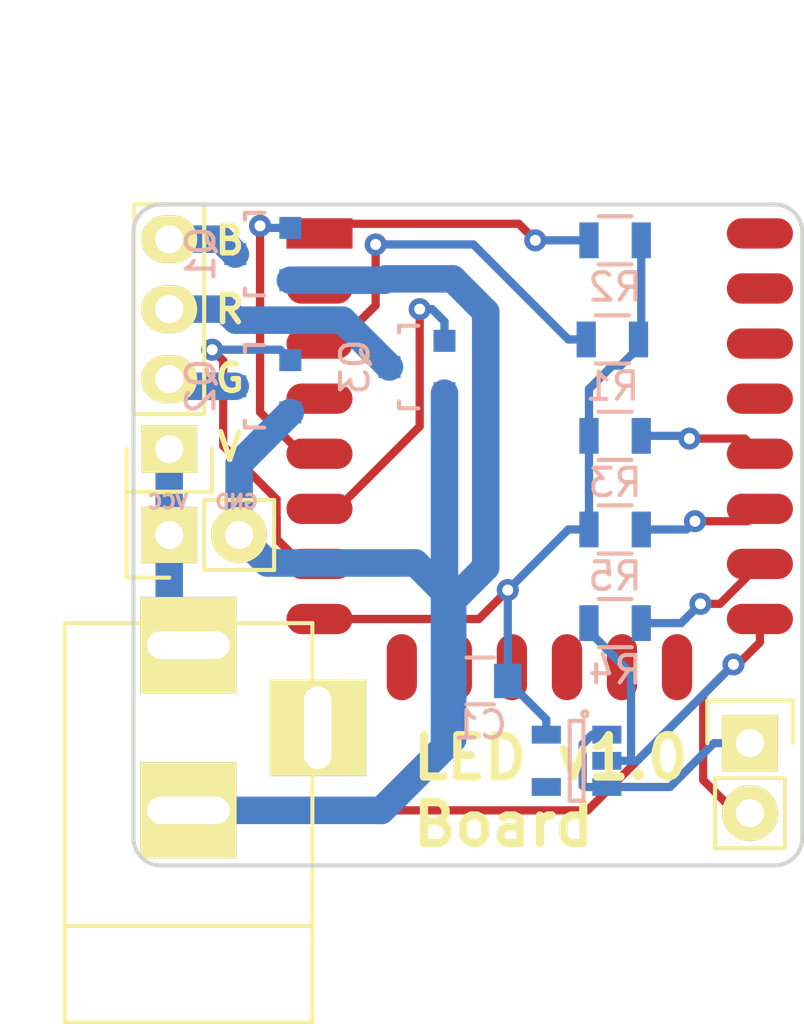
<source format=kicad_pcb>

(kicad_pcb
  (version 4)
  (host pcbnew 4.0.2-4+6225~38~ubuntu15.10.1-stable)
  (general
    (links 30)
    (no_connects 0)
    (area 161.17552 81.873799 194.208334 119.875621)
    (thickness 1.6)
    (drawings 15)
    (tracks 135)
    (zones 0)
    (modules 15)
    (nets 16))
  (page A4)
  (layers
    (0 F.Cu signal)
    (31 B.Cu signal)
    (32 B.Adhes user)
    (33 F.Adhes user)
    (34 B.Paste user)
    (35 F.Paste user)
    (36 B.SilkS user)
    (37 F.SilkS user)
    (38 B.Mask user)
    (39 F.Mask user)
    (40 Dwgs.User user)
    (41 Cmts.User user)
    (42 Eco1.User user)
    (43 Eco2.User user)
    (44 Edge.Cuts user)
    (45 Margin user)
    (46 B.CrtYd user)
    (47 F.CrtYd user)
    (48 B.Fab user)
    (49 F.Fab user))
  (setup
    (last_trace_width 0.3)
    (user_trace_width 1)
    (trace_clearance 0.2)
    (zone_clearance 0.508)
    (zone_45_only no)
    (trace_min 0.2)
    (segment_width 0.2)
    (edge_width 0.15)
    (via_size 0.8)
    (via_drill 0.4)
    (via_min_size 0.4)
    (via_min_drill 0.3)
    (user_via 1.5 1)
    (uvia_size 0.3)
    (uvia_drill 0.1)
    (uvias_allowed no)
    (uvia_min_size 0.2)
    (uvia_min_drill 0.1)
    (pcb_text_width 0.3)
    (pcb_text_size 1.5 1.5)
    (mod_edge_width 0.15)
    (mod_text_size 1 1)
    (mod_text_width 0.15)
    (pad_size 1.50114 0.7493)
    (pad_drill 0)
    (pad_to_mask_clearance 0.2)
    (aux_axis_origin 166.5 114)
    (grid_origin 166.5 114)
    (visible_elements FFFFFF7F)
    (pcbplotparams
      (layerselection 0x010f0_80000001)
      (usegerberextensions true)
      (excludeedgelayer true)
      (linewidth 0.1)
      (plotframeref false)
      (viasonmask false)
      (mode 1)
      (useauxorigin true)
      (hpglpennumber 1)
      (hpglpenspeed 20)
      (hpglpendiameter 15)
      (hpglpenoverlay 2)
      (psnegative false)
      (psa4output false)
      (plotreference true)
      (plotvalue true)
      (plotinvisibletext false)
      (padsonsilk false)
      (subtractmaskfromsilk false)
      (outputformat 1)
      (mirror false)
      (drillshape 0)
      (scaleselection 1)
      (outputdirectory gerbs)))
  (net 0 "")
  (net 1 GND)
  (net 2 /3V3)
  (net 3 +12V)
  (net 4 /GLED)
  (net 5 /RLED)
  (net 6 /BLED)
  (net 7 /BMOS)
  (net 8 /GMOS)
  (net 9 /RMOS)
  (net 10 /ENABLE)
  (net 11 /RESET)
  (net 12 "Net-(R3-Pad2)")
  (net 13 "Net-(R4-Pad1)")
  (net 14 +5V)
  (net 15 "Net-(R5-Pad2)")
  (net_class Default "This is the default net class."
    (clearance 0.2)
    (trace_width 0.3)
    (via_dia 0.8)
    (via_drill 0.4)
    (uvia_dia 0.3)
    (uvia_drill 0.1)
    (add_net +5V)
    (add_net /3V3)
    (add_net /BMOS)
    (add_net /ENABLE)
    (add_net /GMOS)
    (add_net /RESET)
    (add_net /RMOS)
    (add_net GND)
    (add_net "Net-(R3-Pad2)")
    (add_net "Net-(R4-Pad1)")
    (add_net "Net-(R5-Pad2)"))
  (net_class POWER ""
    (clearance 0.4)
    (trace_width 1)
    (via_dia 1.5)
    (via_drill 1)
    (uvia_dia 0.3)
    (uvia_drill 0.1)
    (add_net +12V)
    (add_net /BLED)
    (add_net /GLED)
    (add_net /RLED))
  (module Connect:BARREL_JACK
    (layer F.Cu)
    (tedit 56AEC723)
    (tstamp 5.696e+125)
    (at 168.5 111.9 90)
    (descr "DC Barrel Jack")
    (tags "Power Jack")
    (path /56897D36)
    (fp_text reference CON1
      (at 8.95014 0 180)
      (layer F.SilkS) hide
      (effects
        (font
          (size 1 1)
          (thickness 0.15))))
    (fp_text value BARREL_JACK
      (at 0 -5.99948 90)
      (layer F.Fab)
      (effects
        (font
          (size 1 1)
          (thickness 0.15))))
    (fp_line
      (start -4.0005 -4.50088)
      (end -4.0005 4.50088)
      (layer F.SilkS)
      (width 0.15))
    (fp_line
      (start -7.50062 -4.50088)
      (end -7.50062 4.50088)
      (layer F.SilkS)
      (width 0.15))
    (fp_line
      (start -7.50062 4.50088)
      (end 7.00024 4.50088)
      (layer F.SilkS)
      (width 0.15))
    (fp_line
      (start 7.00024 4.50088)
      (end 7.00024 -4.50088)
      (layer F.SilkS)
      (width 0.15))
    (fp_line
      (start 7.00024 -4.50088)
      (end -7.50062 -4.50088)
      (layer F.SilkS)
      (width 0.15))
    (pad 1 thru_hole rect
      (at 6.20014 0 90)
      (size 3.50012 3.50012)
      (drill oval 1.00076 2.99974)
      (layers *.Cu *.Mask F.SilkS)
      (net 3 +12V))
    (pad 2 thru_hole rect
      (at 0.20066 0 90)
      (size 3.50012 3.50012)
      (drill oval 1.00076 2.99974)
      (layers *.Cu *.Mask F.SilkS)
      (net 1 GND))
    (pad 3 thru_hole rect
      (at 3.2004 4.699 90)
      (size 3.50012 3.50012)
      (drill oval 2.99974 1.00076)
      (layers *.Cu *.Mask F.SilkS)))
  (module Pin_Headers:Pin_Header_Straight_1x04
    (layer F.Cu)
    (tedit 56AEC726)
    (tstamp 5696E12A)
    (at 167.8 98.58 180)
    (descr "Through hole pin header")
    (tags "pin header")
    (path /5686A2FD)
    (fp_text reference P1
      (at 0 -2.5 180)
      (layer F.SilkS) hide
      (effects
        (font
          (size 1 1)
          (thickness 0.15))))
    (fp_text value CONN_01X04
      (at 0 -3.1 180)
      (layer F.Fab) hide
      (effects
        (font
          (size 1 1)
          (thickness 0.15))))
    (fp_line
      (start -1.75 -1.75)
      (end -1.75 9.4)
      (layer F.CrtYd)
      (width 0.05))
    (fp_line
      (start 1.75 -1.75)
      (end 1.75 9.4)
      (layer F.CrtYd)
      (width 0.05))
    (fp_line
      (start -1.75 -1.75)
      (end 1.75 -1.75)
      (layer F.CrtYd)
      (width 0.05))
    (fp_line
      (start -1.75 9.4)
      (end 1.75 9.4)
      (layer F.CrtYd)
      (width 0.05))
    (fp_line
      (start -1.27 1.27)
      (end -1.27 8.89)
      (layer F.SilkS)
      (width 0.15))
    (fp_line
      (start 1.27 1.27)
      (end 1.27 8.89)
      (layer F.SilkS)
      (width 0.15))
    (fp_line
      (start 1.55 -1.55)
      (end 1.55 0)
      (layer F.SilkS)
      (width 0.15))
    (fp_line
      (start -1.27 8.89)
      (end 1.27 8.89)
      (layer F.SilkS)
      (width 0.15))
    (fp_line
      (start 1.27 1.27)
      (end -1.27 1.27)
      (layer F.SilkS)
      (width 0.15))
    (fp_line
      (start -1.55 0)
      (end -1.55 -1.55)
      (layer F.SilkS)
      (width 0.15))
    (fp_line
      (start -1.55 -1.55)
      (end 1.55 -1.55)
      (layer F.SilkS)
      (width 0.15))
    (pad 1 thru_hole rect
      (at 0 0 180)
      (size 2.032 1.7272)
      (drill 1.016)
      (layers *.Cu *.Mask F.SilkS)
      (net 3 +12V))
    (pad 2 thru_hole oval
      (at 0 2.54 180)
      (size 2.032 1.7272)
      (drill 1.016)
      (layers *.Cu *.Mask F.SilkS)
      (net 4 /GLED))
    (pad 3 thru_hole oval
      (at 0 5.08 180)
      (size 2.032 1.7272)
      (drill 1.016)
      (layers *.Cu *.Mask F.SilkS)
      (net 5 /RLED))
    (pad 4 thru_hole oval
      (at 0 7.62 180)
      (size 2.032 1.7272)
      (drill 1.016)
      (layers *.Cu *.Mask F.SilkS)
      (net 6 /BLED))
    (model Pin_Headers.3dshapes/Pin_Header_Straight_1x04.wrl
      (at
        (xyz 0 -0.15 0))
      (scale
        (xyz 1 1 1))
      (rotate
        (xyz 0 0 90))))
  (module ESP8266:ESP-12E
    (layer F.Cu)
    (tedit 56C27DB5)
    (tstamp 5696E17A)
    (at 173.26 90.75)
    (descr "Module, ESP-8266, ESP-12, 16 pad, SMD")
    (tags "Module ESP-8266 ESP8266")
    (path /5696E1ED)
    (fp_text reference U2
      (at 8 2.75)
      (layer F.SilkS) hide
      (effects
        (font
          (size 1 1)
          (thickness 0.15))))
    (fp_text value ESP-12E
      (at 8 1)
      (layer F.Fab)
      (effects
        (font
          (size 1 1)
          (thickness 0.15))))
    (fp_text user "No Copper"
      (at 7.9 -5.4)
      (layer F.CrtYd)
      (effects
        (font
          (size 1 1)
          (thickness 0.15))))
    (fp_line
      (start 16 -8.4)
      (end 0 -2.6)
      (layer F.CrtYd)
      (width 0.1524))
    (fp_line
      (start 0 -8.4)
      (end 16 -2.6)
      (layer F.CrtYd)
      (width 0.1524))
    (fp_line
      (start 0 -8.4)
      (end 0 -2.6)
      (layer F.CrtYd)
      (width 0.1524))
    (fp_line
      (start 0 -2.6)
      (end 16 -2.6)
      (layer F.CrtYd)
      (width 0.1524))
    (fp_line
      (start 16 -2.6)
      (end 16 -8.4)
      (layer F.CrtYd)
      (width 0.1524))
    (fp_line
      (start 16 -8.4)
      (end 0 -8.4)
      (layer F.CrtYd)
      (width 0.1524))
    (fp_line
      (start 16 -8.4)
      (end 16 15.6)
      (layer F.Fab)
      (width 0.1524))
    (fp_line
      (start 16 15.6)
      (end 0 15.6)
      (layer F.Fab)
      (width 0.1524))
    (fp_line
      (start 0 15.6)
      (end 0 -8.4)
      (layer F.Fab)
      (width 0.1524))
    (fp_line
      (start 0 -8.4)
      (end 16 -8.4)
      (layer F.Fab)
      (width 0.1524))
    (pad 9 smd oval
      (at 2.99 15.75 90)
      (size 2.4 1.1)
      (layers F.Cu F.Paste F.Mask))
    (pad 10 smd oval
      (at 4.99 15.75 90)
      (size 2.4 1.1)
      (layers F.Cu F.Paste F.Mask))
    (pad 11 smd oval
      (at 6.99 15.75 90)
      (size 2.4 1.1)
      (layers F.Cu F.Paste F.Mask))
    (pad 12 smd oval
      (at 8.99 15.75 90)
      (size 2.4 1.1)
      (layers F.Cu F.Paste F.Mask))
    (pad 13 smd oval
      (at 10.99 15.75 90)
      (size 2.4 1.1)
      (layers F.Cu F.Paste F.Mask))
    (pad 14 smd oval
      (at 12.99 15.75 90)
      (size 2.4 1.1)
      (layers F.Cu F.Paste F.Mask))
    (pad 1 smd rect
      (at 0 0)
      (size 2.4 1.1)
      (layers F.Cu F.Paste F.Mask)
      (net 11 /RESET))
    (pad 2 smd oval
      (at 0 2)
      (size 2.4 1.1)
      (layers F.Cu F.Paste F.Mask))
    (pad 3 smd oval
      (at 0 4)
      (size 2.4 1.1)
      (layers F.Cu F.Paste F.Mask)
      (net 10 /ENABLE))
    (pad 4 smd oval
      (at 0 6)
      (size 2.4 1.1)
      (layers F.Cu F.Paste F.Mask))
    (pad 5 smd oval
      (at 0 8)
      (size 2.4 1.1)
      (layers F.Cu F.Paste F.Mask)
      (net 7 /BMOS))
    (pad 6 smd oval
      (at 0 10)
      (size 2.4 1.1)
      (layers F.Cu F.Paste F.Mask)
      (net 9 /RMOS))
    (pad 7 smd oval
      (at 0 12)
      (size 2.4 1.1)
      (layers F.Cu F.Paste F.Mask)
      (net 8 /GMOS))
    (pad 8 smd oval
      (at 0 14)
      (size 2.4 1.1)
      (layers F.Cu F.Paste F.Mask)
      (net 2 /3V3))
    (pad 15 smd oval
      (at 16 14)
      (size 2.4 1.1)
      (layers F.Cu F.Paste F.Mask)
      (net 1 GND))
    (pad 16 smd oval
      (at 16 12)
      (size 2.4 1.1)
      (layers F.Cu F.Paste F.Mask)
      (net 13 "Net-(R4-Pad1)"))
    (pad 17 smd oval
      (at 16 10)
      (size 2.4 1.1)
      (layers F.Cu F.Paste F.Mask)
      (net 15 "Net-(R5-Pad2)"))
    (pad 18 smd oval
      (at 16 8)
      (size 2.4 1.1)
      (layers F.Cu F.Paste F.Mask)
      (net 12 "Net-(R3-Pad2)"))
    (pad 19 smd oval
      (at 16 6)
      (size 2.4 1.1)
      (layers F.Cu F.Paste F.Mask))
    (pad 20 smd oval
      (at 16 4)
      (size 2.4 1.1)
      (layers F.Cu F.Paste F.Mask))
    (pad 21 smd oval
      (at 16 2)
      (size 2.4 1.1)
      (layers F.Cu F.Paste F.Mask))
    (pad 22 smd oval
      (at 16 0)
      (size 2.4 1.1)
      (layers F.Cu F.Paste F.Mask))
    (model ${ESPLIB}/ESP8266.3dshapes/ESP-12.wrl
      (at
        (xyz 0.04 0 0))
      (scale
        (xyz 0.3937 0.3937 0.3937))
      (rotate
        (xyz 0 0 0))))
  (module Capacitors_SMD:C_0805
    (layer B.Cu)
    (tedit 56AED936)
    (tstamp 5696FFAB)
    (at 179.1 107 180)
    (descr "Capacitor SMD 0805, reflow soldering, AVX (see smccp.pdf)")
    (tags "capacitor 0805")
    (path /5696E1FA)
    (attr smd)
    (fp_text reference C1
      (at 0 -1.6 180)
      (layer B.SilkS)
      (effects
        (font
          (size 1 1)
          (thickness 0.15))
        (justify mirror)))
    (fp_text value 100nF
      (at 0 -2.1 180)
      (layer B.Fab) hide
      (effects
        (font
          (size 1 1)
          (thickness 0.15))
        (justify mirror)))
    (fp_line
      (start -1.8 1)
      (end 1.8 1)
      (layer B.CrtYd)
      (width 0.05))
    (fp_line
      (start -1.8 -1)
      (end 1.8 -1)
      (layer B.CrtYd)
      (width 0.05))
    (fp_line
      (start -1.8 1)
      (end -1.8 -1)
      (layer B.CrtYd)
      (width 0.05))
    (fp_line
      (start 1.8 1)
      (end 1.8 -1)
      (layer B.CrtYd)
      (width 0.05))
    (fp_line
      (start 0.5 0.85)
      (end -0.5 0.85)
      (layer B.SilkS)
      (width 0.15))
    (fp_line
      (start -0.5 -0.85)
      (end 0.5 -0.85)
      (layer B.SilkS)
      (width 0.15))
    (pad 1 smd rect
      (at -1 0 180)
      (size 1 1.25)
      (layers B.Cu B.Paste B.Mask)
      (net 2 /3V3))
    (pad 2 smd rect
      (at 1 0 180)
      (size 1 1.25)
      (layers B.Cu B.Paste B.Mask)
      (net 1 GND))
    (model Capacitors_SMD.3dshapes/C_0805.wrl
      (at
        (xyz 0 0 0))
      (scale
        (xyz 1 1 1))
      (rotate
        (xyz 0 0 0))))
  (module Pin_Headers:Pin_Header_Straight_1x02
    (layer F.Cu)
    (tedit 56AEC72A)
    (tstamp 5696FFB1)
    (at 167.8 101.7 90)
    (descr "Through hole pin header")
    (tags "pin header")
    (path /5696FF5A)
    (fp_text reference P2
      (at 0 -5.1 90)
      (layer F.SilkS) hide
      (effects
        (font
          (size 1 1)
          (thickness 0.15))))
    (fp_text value CONN_01X02
      (at 0 -3.1 90)
      (layer F.Fab) hide
      (effects
        (font
          (size 1 1)
          (thickness 0.15))))
    (fp_line
      (start 1.27 1.27)
      (end 1.27 3.81)
      (layer F.SilkS)
      (width 0.15))
    (fp_line
      (start 1.55 -1.55)
      (end 1.55 0)
      (layer F.SilkS)
      (width 0.15))
    (fp_line
      (start -1.75 -1.75)
      (end -1.75 4.3)
      (layer F.CrtYd)
      (width 0.05))
    (fp_line
      (start 1.75 -1.75)
      (end 1.75 4.3)
      (layer F.CrtYd)
      (width 0.05))
    (fp_line
      (start -1.75 -1.75)
      (end 1.75 -1.75)
      (layer F.CrtYd)
      (width 0.05))
    (fp_line
      (start -1.75 4.3)
      (end 1.75 4.3)
      (layer F.CrtYd)
      (width 0.05))
    (fp_line
      (start 1.27 1.27)
      (end -1.27 1.27)
      (layer F.SilkS)
      (width 0.15))
    (fp_line
      (start -1.55 0)
      (end -1.55 -1.55)
      (layer F.SilkS)
      (width 0.15))
    (fp_line
      (start -1.55 -1.55)
      (end 1.55 -1.55)
      (layer F.SilkS)
      (width 0.15))
    (fp_line
      (start -1.27 1.27)
      (end -1.27 3.81)
      (layer F.SilkS)
      (width 0.15))
    (fp_line
      (start -1.27 3.81)
      (end 1.27 3.81)
      (layer F.SilkS)
      (width 0.15))
    (pad 1 thru_hole rect
      (at 0 0 90)
      (size 2.032 2.032)
      (drill 1.016)
      (layers *.Cu *.Mask F.SilkS)
      (net 3 +12V))
    (pad 2 thru_hole oval
      (at 0 2.54 90)
      (size 2.032 2.032)
      (drill 1.016)
      (layers *.Cu *.Mask F.SilkS)
      (net 1 GND))
    (model Pin_Headers.3dshapes/Pin_Header_Straight_1x02.wrl
      (at
        (xyz 0 -0.05 0))
      (scale
        (xyz 1 1 1))
      (rotate
        (xyz 0 0 90))))
  (module Pin_Headers:Pin_Header_Straight_1x02
    (layer F.Cu)
    (tedit 56AECED5)
    (tstamp 5696FFB7)
    (at 188.9 109.26)
    (descr "Through hole pin header")
    (tags "pin header")
    (path /5696FFDB)
    (fp_text reference P3
      (at 0 -5.1)
      (layer F.SilkS) hide
      (effects
        (font
          (size 1 1)
          (thickness 0.15))))
    (fp_text value CONN_01X02
      (at 0 -3.1)
      (layer F.Fab) hide
      (effects
        (font
          (size 1 1)
          (thickness 0.15))))
    (fp_line
      (start 1.27 1.27)
      (end 1.27 3.81)
      (layer F.SilkS)
      (width 0.15))
    (fp_line
      (start 1.55 -1.55)
      (end 1.55 0)
      (layer F.SilkS)
      (width 0.15))
    (fp_line
      (start -1.75 -1.75)
      (end -1.75 4.3)
      (layer F.CrtYd)
      (width 0.05))
    (fp_line
      (start 1.75 -1.75)
      (end 1.75 4.3)
      (layer F.CrtYd)
      (width 0.05))
    (fp_line
      (start -1.75 -1.75)
      (end 1.75 -1.75)
      (layer F.CrtYd)
      (width 0.05))
    (fp_line
      (start -1.75 4.3)
      (end 1.75 4.3)
      (layer F.CrtYd)
      (width 0.05))
    (fp_line
      (start 1.27 1.27)
      (end -1.27 1.27)
      (layer F.SilkS)
      (width 0.15))
    (fp_line
      (start -1.55 0)
      (end -1.55 -1.55)
      (layer F.SilkS)
      (width 0.15))
    (fp_line
      (start -1.55 -1.55)
      (end 1.55 -1.55)
      (layer F.SilkS)
      (width 0.15))
    (fp_line
      (start -1.27 1.27)
      (end -1.27 3.81)
      (layer F.SilkS)
      (width 0.15))
    (fp_line
      (start -1.27 3.81)
      (end 1.27 3.81)
      (layer F.SilkS)
      (width 0.15))
    (pad 1 thru_hole rect
      (at 0 0)
      (size 2.032 2.032)
      (drill 1.016)
      (layers *.Cu *.Mask F.SilkS)
      (net 14 +5V))
    (pad 2 thru_hole oval
      (at 0 2.54)
      (size 2.032 2.032)
      (drill 1.016)
      (layers *.Cu *.Mask F.SilkS)
      (net 1 GND))
    (model Pin_Headers.3dshapes/Pin_Header_Straight_1x02.wrl
      (at
        (xyz 0 -0.05 0))
      (scale
        (xyz 1 1 1))
      (rotate
        (xyz 0 0 90))))
  (module TO_SOT_Packages_SMD:SOT-23
    (layer B.Cu)
    (tedit 569701C0)
    (tstamp 5696FFBE)
    (at 171.2 91.5 270)
    (descr "SOT-23, Standard")
    (tags SOT-23)
    (path /568B296A)
    (attr smd)
    (fp_text reference Q1
      (at 0 2.25 270)
      (layer B.SilkS)
      (effects
        (font
          (size 1 1)
          (thickness 0.15))
        (justify mirror)))
    (fp_text value Q_NMOS_GSD
      (at 0 -2.3 270)
      (layer B.Fab) hide
      (effects
        (font
          (size 1 1)
          (thickness 0.15))
        (justify mirror)))
    (fp_line
      (start -1.65 1.6)
      (end 1.65 1.6)
      (layer B.CrtYd)
      (width 0.05))
    (fp_line
      (start 1.65 1.6)
      (end 1.65 -1.6)
      (layer B.CrtYd)
      (width 0.05))
    (fp_line
      (start 1.65 -1.6)
      (end -1.65 -1.6)
      (layer B.CrtYd)
      (width 0.05))
    (fp_line
      (start -1.65 -1.6)
      (end -1.65 1.6)
      (layer B.CrtYd)
      (width 0.05))
    (fp_line
      (start 1.29916 0.65024)
      (end 1.2509 0.65024)
      (layer B.SilkS)
      (width 0.15))
    (fp_line
      (start -1.49982 -0.0508)
      (end -1.49982 0.65024)
      (layer B.SilkS)
      (width 0.15))
    (fp_line
      (start -1.49982 0.65024)
      (end -1.2509 0.65024)
      (layer B.SilkS)
      (width 0.15))
    (fp_line
      (start 1.29916 0.65024)
      (end 1.49982 0.65024)
      (layer B.SilkS)
      (width 0.15))
    (fp_line
      (start 1.49982 0.65024)
      (end 1.49982 -0.0508)
      (layer B.SilkS)
      (width 0.15))
    (pad 1 smd rect
      (at -0.95 -1.00076 270)
      (size 0.8001 0.8001)
      (layers B.Cu B.Paste B.Mask)
      (net 7 /BMOS))
    (pad 2 smd rect
      (at 0.95 -1.00076 270)
      (size 0.8001 0.8001)
      (layers B.Cu B.Paste B.Mask)
      (net 1 GND))
    (pad 3 smd rect
      (at 0 0.99822 270)
      (size 0.8001 0.8001)
      (layers B.Cu B.Paste B.Mask)
      (net 6 /BLED))
    (model TO_SOT_Packages_SMD.3dshapes/SOT-23.wrl
      (at
        (xyz 0 0 0))
      (scale
        (xyz 1 1 1))
      (rotate
        (xyz 0 0 0))))
  (module TO_SOT_Packages_SMD:SOT-23
    (layer B.Cu)
    (tedit 569701BC)
    (tstamp 5696FFC5)
    (at 171.2 96.3 270)
    (descr "SOT-23, Standard")
    (tags SOT-23)
    (path /568B29D3)
    (attr smd)
    (fp_text reference Q2
      (at 0 2.25 270)
      (layer B.SilkS)
      (effects
        (font
          (size 1 1)
          (thickness 0.15))
        (justify mirror)))
    (fp_text value Q_NMOS_GSD
      (at 0 -2.3 270)
      (layer B.Fab) hide
      (effects
        (font
          (size 1 1)
          (thickness 0.15))
        (justify mirror)))
    (fp_line
      (start -1.65 1.6)
      (end 1.65 1.6)
      (layer B.CrtYd)
      (width 0.05))
    (fp_line
      (start 1.65 1.6)
      (end 1.65 -1.6)
      (layer B.CrtYd)
      (width 0.05))
    (fp_line
      (start 1.65 -1.6)
      (end -1.65 -1.6)
      (layer B.CrtYd)
      (width 0.05))
    (fp_line
      (start -1.65 -1.6)
      (end -1.65 1.6)
      (layer B.CrtYd)
      (width 0.05))
    (fp_line
      (start 1.29916 0.65024)
      (end 1.2509 0.65024)
      (layer B.SilkS)
      (width 0.15))
    (fp_line
      (start -1.49982 -0.0508)
      (end -1.49982 0.65024)
      (layer B.SilkS)
      (width 0.15))
    (fp_line
      (start -1.49982 0.65024)
      (end -1.2509 0.65024)
      (layer B.SilkS)
      (width 0.15))
    (fp_line
      (start 1.29916 0.65024)
      (end 1.49982 0.65024)
      (layer B.SilkS)
      (width 0.15))
    (fp_line
      (start 1.49982 0.65024)
      (end 1.49982 -0.0508)
      (layer B.SilkS)
      (width 0.15))
    (pad 1 smd rect
      (at -0.95 -1.00076 270)
      (size 0.8001 0.8001)
      (layers B.Cu B.Paste B.Mask)
      (net 8 /GMOS))
    (pad 2 smd rect
      (at 0.95 -1.00076 270)
      (size 0.8001 0.8001)
      (layers B.Cu B.Paste B.Mask)
      (net 1 GND))
    (pad 3 smd rect
      (at 0 0.99822 270)
      (size 0.8001 0.8001)
      (layers B.Cu B.Paste B.Mask)
      (net 4 /GLED))
    (model TO_SOT_Packages_SMD.3dshapes/SOT-23.wrl
      (at
        (xyz 0 0 0))
      (scale
        (xyz 1 1 1))
      (rotate
        (xyz 0 0 0))))
  (module TO_SOT_Packages_SMD:SOT-23
    (layer B.Cu)
    (tedit 569701BE)
    (tstamp 5696FFCC)
    (at 176.8 95.6 270)
    (descr "SOT-23, Standard")
    (tags SOT-23)
    (path /568B2A10)
    (attr smd)
    (fp_text reference Q3
      (at 0 2.25 270)
      (layer B.SilkS)
      (effects
        (font
          (size 1 1)
          (thickness 0.15))
        (justify mirror)))
    (fp_text value Q_NMOS_GSD
      (at 0 -2.3 270)
      (layer B.Fab) hide
      (effects
        (font
          (size 1 1)
          (thickness 0.15))
        (justify mirror)))
    (fp_line
      (start -1.65 1.6)
      (end 1.65 1.6)
      (layer B.CrtYd)
      (width 0.05))
    (fp_line
      (start 1.65 1.6)
      (end 1.65 -1.6)
      (layer B.CrtYd)
      (width 0.05))
    (fp_line
      (start 1.65 -1.6)
      (end -1.65 -1.6)
      (layer B.CrtYd)
      (width 0.05))
    (fp_line
      (start -1.65 -1.6)
      (end -1.65 1.6)
      (layer B.CrtYd)
      (width 0.05))
    (fp_line
      (start 1.29916 0.65024)
      (end 1.2509 0.65024)
      (layer B.SilkS)
      (width 0.15))
    (fp_line
      (start -1.49982 -0.0508)
      (end -1.49982 0.65024)
      (layer B.SilkS)
      (width 0.15))
    (fp_line
      (start -1.49982 0.65024)
      (end -1.2509 0.65024)
      (layer B.SilkS)
      (width 0.15))
    (fp_line
      (start 1.29916 0.65024)
      (end 1.49982 0.65024)
      (layer B.SilkS)
      (width 0.15))
    (fp_line
      (start 1.49982 0.65024)
      (end 1.49982 -0.0508)
      (layer B.SilkS)
      (width 0.15))
    (pad 1 smd rect
      (at -0.95 -1.00076 270)
      (size 0.8001 0.8001)
      (layers B.Cu B.Paste B.Mask)
      (net 9 /RMOS))
    (pad 2 smd rect
      (at 0.95 -1.00076 270)
      (size 0.8001 0.8001)
      (layers B.Cu B.Paste B.Mask)
      (net 1 GND))
    (pad 3 smd rect
      (at 0 0.99822 270)
      (size 0.8001 0.8001)
      (layers B.Cu B.Paste B.Mask)
      (net 5 /RLED))
    (model TO_SOT_Packages_SMD.3dshapes/SOT-23.wrl
      (at
        (xyz 0 0 0))
      (scale
        (xyz 1 1 1))
      (rotate
        (xyz 0 0 0))))
  (module Resistors_SMD:R_0805
    (layer B.Cu)
    (tedit 56AEC6AD)
    (tstamp 5696FFD2)
    (at 183.9 94.6 180)
    (descr "Resistor SMD 0805, reflow soldering, Vishay (see dcrcw.pdf)")
    (tags "resistor 0805")
    (path /5696E1F6)
    (attr smd)
    (fp_text reference R1
      (at 0 -1.7 180)
      (layer B.SilkS)
      (effects
        (font
          (size 1 1)
          (thickness 0.15))
        (justify mirror)))
    (fp_text value 10KΩ
      (at 0 -2.1 180)
      (layer B.Fab) hide
      (effects
        (font
          (size 1 1)
          (thickness 0.15))
        (justify mirror)))
    (fp_line
      (start -1.6 1)
      (end 1.6 1)
      (layer B.CrtYd)
      (width 0.05))
    (fp_line
      (start -1.6 -1)
      (end 1.6 -1)
      (layer B.CrtYd)
      (width 0.05))
    (fp_line
      (start -1.6 1)
      (end -1.6 -1)
      (layer B.CrtYd)
      (width 0.05))
    (fp_line
      (start 1.6 1)
      (end 1.6 -1)
      (layer B.CrtYd)
      (width 0.05))
    (fp_line
      (start 0.6 -0.875)
      (end -0.6 -0.875)
      (layer B.SilkS)
      (width 0.15))
    (fp_line
      (start -0.6 0.875)
      (end 0.6 0.875)
      (layer B.SilkS)
      (width 0.15))
    (pad 1 smd rect
      (at -0.95 0 180)
      (size 0.7 1.3)
      (layers B.Cu B.Paste B.Mask)
      (net 2 /3V3))
    (pad 2 smd rect
      (at 0.95 0 180)
      (size 0.7 1.3)
      (layers B.Cu B.Paste B.Mask)
      (net 10 /ENABLE))
    (model Resistors_SMD.3dshapes/R_0805.wrl
      (at
        (xyz 0 0 0))
      (scale
        (xyz 1 1 1))
      (rotate
        (xyz 0 0 0))))
  (module Resistors_SMD:R_0805
    (layer B.Cu)
    (tedit 56AEC6B5)
    (tstamp 5696FFD8)
    (at 184 91 180)
    (descr "Resistor SMD 0805, reflow soldering, Vishay (see dcrcw.pdf)")
    (tags "resistor 0805")
    (path /5696E1F7)
    (attr smd)
    (fp_text reference R2
      (at 0 -1.7 180)
      (layer B.SilkS)
      (effects
        (font
          (size 1 1)
          (thickness 0.15))
        (justify mirror)))
    (fp_text value 10KΩ
      (at 0 -2.1 180)
      (layer B.Fab) hide
      (effects
        (font
          (size 1 1)
          (thickness 0.15))
        (justify mirror)))
    (fp_line
      (start -1.6 1)
      (end 1.6 1)
      (layer B.CrtYd)
      (width 0.05))
    (fp_line
      (start -1.6 -1)
      (end 1.6 -1)
      (layer B.CrtYd)
      (width 0.05))
    (fp_line
      (start -1.6 1)
      (end -1.6 -1)
      (layer B.CrtYd)
      (width 0.05))
    (fp_line
      (start 1.6 1)
      (end 1.6 -1)
      (layer B.CrtYd)
      (width 0.05))
    (fp_line
      (start 0.6 -0.875)
      (end -0.6 -0.875)
      (layer B.SilkS)
      (width 0.15))
    (fp_line
      (start -0.6 0.875)
      (end 0.6 0.875)
      (layer B.SilkS)
      (width 0.15))
    (pad 1 smd rect
      (at -0.95 0 180)
      (size 0.7 1.3)
      (layers B.Cu B.Paste B.Mask)
      (net 2 /3V3))
    (pad 2 smd rect
      (at 0.95 0 180)
      (size 0.7 1.3)
      (layers B.Cu B.Paste B.Mask)
      (net 11 /RESET))
    (model Resistors_SMD.3dshapes/R_0805.wrl
      (at
        (xyz 0 0 0))
      (scale
        (xyz 1 1 1))
      (rotate
        (xyz 0 0 0))))
  (module Resistors_SMD:R_0805
    (layer B.Cu)
    (tedit 56AEC697)
    (tstamp 5696FFDE)
    (at 184 98.1)
    (descr "Resistor SMD 0805, reflow soldering, Vishay (see dcrcw.pdf)")
    (tags "resistor 0805")
    (path /5696E1F8)
    (attr smd)
    (fp_text reference R3
      (at 0 1.7)
      (layer B.SilkS)
      (effects
        (font
          (size 1 1)
          (thickness 0.15))
        (justify mirror)))
    (fp_text value 10KΩ
      (at 0 -2.1)
      (layer B.Fab) hide
      (effects
        (font
          (size 1 1)
          (thickness 0.15))
        (justify mirror)))
    (fp_line
      (start -1.6 1)
      (end 1.6 1)
      (layer B.CrtYd)
      (width 0.05))
    (fp_line
      (start -1.6 -1)
      (end 1.6 -1)
      (layer B.CrtYd)
      (width 0.05))
    (fp_line
      (start -1.6 1)
      (end -1.6 -1)
      (layer B.CrtYd)
      (width 0.05))
    (fp_line
      (start 1.6 1)
      (end 1.6 -1)
      (layer B.CrtYd)
      (width 0.05))
    (fp_line
      (start 0.6 -0.875)
      (end -0.6 -0.875)
      (layer B.SilkS)
      (width 0.15))
    (fp_line
      (start -0.6 0.875)
      (end 0.6 0.875)
      (layer B.SilkS)
      (width 0.15))
    (pad 1 smd rect
      (at -0.95 0)
      (size 0.7 1.3)
      (layers B.Cu B.Paste B.Mask)
      (net 2 /3V3))
    (pad 2 smd rect
      (at 0.95 0)
      (size 0.7 1.3)
      (layers B.Cu B.Paste B.Mask)
      (net 12 "Net-(R3-Pad2)"))
    (model Resistors_SMD.3dshapes/R_0805.wrl
      (at
        (xyz 0 0 0))
      (scale
        (xyz 1 1 1))
      (rotate
        (xyz 0 0 0))))
  (module Resistors_SMD:R_0805
    (layer B.Cu)
    (tedit 56AEC68D)
    (tstamp 5696FFE4)
    (at 184 104.9 180)
    (descr "Resistor SMD 0805, reflow soldering, Vishay (see dcrcw.pdf)")
    (tags "resistor 0805")
    (path /5696E1F9)
    (attr smd)
    (fp_text reference R4
      (at 0 -1.7 180)
      (layer B.SilkS)
      (effects
        (font
          (size 1 1)
          (thickness 0.15))
        (justify mirror)))
    (fp_text value 10KΩ
      (at 0 -2.1 180)
      (layer B.Fab) hide
      (effects
        (font
          (size 1 1)
          (thickness 0.15))
        (justify mirror)))
    (fp_line
      (start -1.6 1)
      (end 1.6 1)
      (layer B.CrtYd)
      (width 0.05))
    (fp_line
      (start -1.6 -1)
      (end 1.6 -1)
      (layer B.CrtYd)
      (width 0.05))
    (fp_line
      (start -1.6 1)
      (end -1.6 -1)
      (layer B.CrtYd)
      (width 0.05))
    (fp_line
      (start 1.6 1)
      (end 1.6 -1)
      (layer B.CrtYd)
      (width 0.05))
    (fp_line
      (start 0.6 -0.875)
      (end -0.6 -0.875)
      (layer B.SilkS)
      (width 0.15))
    (fp_line
      (start -0.6 0.875)
      (end 0.6 0.875)
      (layer B.SilkS)
      (width 0.15))
    (pad 1 smd rect
      (at -0.95 0 180)
      (size 0.7 1.3)
      (layers B.Cu B.Paste B.Mask)
      (net 13 "Net-(R4-Pad1)"))
    (pad 2 smd rect
      (at 0.95 0 180)
      (size 0.7 1.3)
      (layers B.Cu B.Paste B.Mask)
      (net 1 GND))
    (model Resistors_SMD.3dshapes/R_0805.wrl
      (at
        (xyz 0 0 0))
      (scale
        (xyz 1 1 1))
      (rotate
        (xyz 0 0 0))))
  (module TO_SOT_Packages_SMD:SOT-23-5
    (layer B.Cu)
    (tedit 56AEC854)
    (tstamp 5698531C)
    (at 182.6 109.9 180)
    (descr "5-pin SOT23 package")
    (tags SOT-23-5)
    (path /56985354)
    (attr smd)
    (fp_text reference U1
      (at -0.05 2.55 180)
      (layer B.SilkS) hide
      (effects
        (font
          (size 1 1)
          (thickness 0.15))
        (justify mirror)))
    (fp_text value SPX3819M5-L-3-3
      (at -0.05 -2.35 180)
      (layer B.Fab) hide
      (effects
        (font
          (size 1 1)
          (thickness 0.15))
        (justify mirror)))
    (fp_line
      (start -1.8 1.6)
      (end 1.8 1.6)
      (layer B.CrtYd)
      (width 0.05))
    (fp_line
      (start 1.8 1.6)
      (end 1.8 -1.6)
      (layer B.CrtYd)
      (width 0.05))
    (fp_line
      (start 1.8 -1.6)
      (end -1.8 -1.6)
      (layer B.CrtYd)
      (width 0.05))
    (fp_line
      (start -1.8 -1.6)
      (end -1.8 1.6)
      (layer B.CrtYd)
      (width 0.05))
    (fp_line
      (start 0.25 1.45)
      (end -0.25 1.45)
      (layer B.SilkS)
      (width 0.15))
    (fp_line
      (start 0.25 -1.45)
      (end 0.25 1.45)
      (layer B.SilkS)
      (width 0.15))
    (fp_line
      (start -0.25 -1.45)
      (end 0.25 -1.45)
      (layer B.SilkS)
      (width 0.15))
    (fp_line
      (start -0.25 1.45)
      (end -0.25 -1.45)
      (layer B.SilkS)
      (width 0.15))
    (fp_circle
      (center -0.3 1.7)
      (end -0.2 1.7)
      (layer B.SilkS)
      (width 0.15))
    (pad 1 smd rect
      (at -1.1 0.95 180)
      (size 1.06 0.65)
      (layers B.Cu B.Paste B.Mask)
      (net 14 +5V))
    (pad 2 smd rect
      (at -1.1 0 180)
      (size 1.06 0.65)
      (layers B.Cu B.Paste B.Mask)
      (net 1 GND))
    (pad 3 smd rect
      (at -1.1 -0.95 180)
      (size 1.06 0.65)
      (layers B.Cu B.Paste B.Mask)
      (net 14 +5V))
    (pad 4 smd rect
      (at 1.1 -0.95 180)
      (size 1.06 0.65)
      (layers B.Cu B.Paste B.Mask))
    (pad 5 smd rect
      (at 1.1 0.95 180)
      (size 1.06 0.65)
      (layers B.Cu B.Paste B.Mask)
      (net 2 /3V3))
    (model TO_SOT_Packages_SMD.3dshapes/SOT-23-5.wrl
      (at
        (xyz 0 0 0))
      (scale
        (xyz 1 1 1))
      (rotate
        (xyz 0 0 0))))
  (module Resistors_SMD:R_0805
    (layer B.Cu)
    (tedit 56AEC6A0)
    (tstamp 56AEC5CE)
    (at 184 101.5)
    (descr "Resistor SMD 0805, reflow soldering, Vishay (see dcrcw.pdf)")
    (tags "resistor 0805")
    (path /56AEC7D1)
    (attr smd)
    (fp_text reference R5
      (at 0 1.7)
      (layer B.SilkS)
      (effects
        (font
          (size 1 1)
          (thickness 0.15))
        (justify mirror)))
    (fp_text value 10KΩ
      (at 0 -2.1)
      (layer B.Fab) hide
      (effects
        (font
          (size 1 1)
          (thickness 0.15))
        (justify mirror)))
    (fp_line
      (start -1.6 1)
      (end 1.6 1)
      (layer B.CrtYd)
      (width 0.05))
    (fp_line
      (start -1.6 -1)
      (end 1.6 -1)
      (layer B.CrtYd)
      (width 0.05))
    (fp_line
      (start -1.6 1)
      (end -1.6 -1)
      (layer B.CrtYd)
      (width 0.05))
    (fp_line
      (start 1.6 1)
      (end 1.6 -1)
      (layer B.CrtYd)
      (width 0.05))
    (fp_line
      (start 0.6 -0.875)
      (end -0.6 -0.875)
      (layer B.SilkS)
      (width 0.15))
    (fp_line
      (start -0.6 0.875)
      (end 0.6 0.875)
      (layer B.SilkS)
      (width 0.15))
    (pad 1 smd rect
      (at -0.95 0)
      (size 0.7 1.3)
      (layers B.Cu B.Paste B.Mask)
      (net 2 /3V3))
    (pad 2 smd rect
      (at 0.95 0)
      (size 0.7 1.3)
      (layers B.Cu B.Paste B.Mask)
      (net 15 "Net-(R5-Pad2)"))
    (model Resistors_SMD.3dshapes/R_0805.wrl
      (at
        (xyz 0 0 0))
      (scale
        (xyz 1 1 1))
      (rotate
        (xyz 0 0 0))))
  (gr_text GND
    (at 170.25 100.5)
    (layer B.SilkS)
    (tstamp 56AEC848)
    (effects
      (font
        (size 0.5 0.5)
        (thickness 0.125))
      (justify mirror)))
  (gr_text VCC
    (at 167.75 100.5)
    (layer B.SilkS)
    (effects
      (font
        (size 0.5 0.5)
        (thickness 0.125))
      (justify mirror)))
  (gr_text B
    (at 170 91)
    (layer F.SilkS)
    (tstamp 56AEC83E)
    (effects
      (font
        (size 1 1)
        (thickness 0.2))))
  (gr_text R
    (at 170 93.5)
    (layer F.SilkS)
    (tstamp 56AEC83B)
    (effects
      (font
        (size 1 1)
        (thickness 0.2))))
  (gr_text G
    (at 170 96)
    (layer F.SilkS)
    (tstamp 56AEC838)
    (effects
      (font
        (size 1 1)
        (thickness 0.2))))
  (gr_text V
    (at 170 98.5)
    (layer F.SilkS)
    (effects
      (font
        (size 1 1)
        (thickness 0.2))))
  (gr_text "LED v1.0\nBoard"
    (at 176.5 111)
    (layer F.SilkS)
    (effects
      (font
        (size 1.5 1.5)
        (thickness 0.3))
      (justify left)))
  (gr_arc
    (start 189.8 90.7)
    (end 189.8 89.7)
    (angle 90)
    (layer Edge.Cuts)
    (width 0.15))
  (gr_arc
    (start 167.5 90.7)
    (end 166.5 90.7)
    (angle 90)
    (layer Edge.Cuts)
    (width 0.15))
  (gr_arc
    (start 189.8 112.7)
    (end 190.8 112.7)
    (angle 90)
    (layer Edge.Cuts)
    (width 0.15))
  (gr_arc
    (start 167.5 112.7)
    (end 167.5 113.7)
    (angle 90)
    (layer Edge.Cuts)
    (width 0.15))
  (gr_line
    (start 189.8 113.7)
    (end 167.5 113.7)
    (layer Edge.Cuts)
    (width 0.15))
  (gr_line
    (start 190.8 90.7)
    (end 190.8 112.7)
    (layer Edge.Cuts)
    (width 0.15))
  (gr_line
    (start 167.5 89.7)
    (end 189.8 89.7)
    (layer Edge.Cuts)
    (width 0.15))
  (gr_line
    (start 166.5 112.7)
    (end 166.5 90.7)
    (layer Edge.Cuts)
    (width 0.15))
  (segment
    (start 170.34 101.7)
    (end 171.355999 102.715999)
    (width 1)
    (layer B.Cu)
    (net 1))
  (segment
    (start 171.355999 102.715999)
    (end 176.744001 102.715999)
    (width 1)
    (layer B.Cu)
    (net 1))
  (segment
    (start 176.744001 102.715999)
    (end 178.1 104.071998)
    (width 1)
    (layer B.Cu)
    (net 1))
  (segment
    (start 170.34 99.11076)
    (end 170.34 101.7)
    (width 1)
    (layer B.Cu)
    (net 1))
  (segment
    (start 170.34 99.11076)
    (end 172.20076 97.25)
    (width 1)
    (layer B.Cu)
    (net 1))
  (segment
    (start 188.9 111.8)
    (end 188.4 111.8)
    (width 0.3)
    (layer F.Cu)
    (net 1))
  (segment
    (start 188.4 111.8)
    (end 187.2 110.6)
    (width 0.3)
    (layer F.Cu)
    (net 1))
  (segment
    (start 187.2 110.6)
    (end 187.2 107.5)
    (width 0.3)
    (layer F.Cu)
    (net 1))
  (segment
    (start 187.2 107.5)
    (end 187.900001 106.799999)
    (width 0.3)
    (layer F.Cu)
    (net 1))
  (segment
    (start 187.900001 106.799999)
    (end 188.3 106.4)
    (width 0.3)
    (layer F.Cu)
    (net 1))
  (segment
    (start 183.7 109.9)
    (end 184.53 109.9)
    (width 0.3)
    (layer B.Cu)
    (net 1))
  (segment
    (start 183.00066 111.69934)
    (end 187.900001 106.799999)
    (width 0.3)
    (layer F.Cu)
    (net 1))
  (segment
    (start 168.5 111.69934)
    (end 183.00066 111.69934)
    (width 0.3)
    (layer F.Cu)
    (net 1))
  (segment
    (start 187.900001 106.799999)
    (end 188.3 106.4)
    (width 0.3)
    (layer B.Cu)
    (net 1))
  (segment
    (start 184.8 109.9)
    (end 187.900001 106.799999)
    (width 0.3)
    (layer B.Cu)
    (net 1))
  (segment
    (start 188.46 106.4)
    (end 188.3 106.4)
    (width 0.3)
    (layer F.Cu)
    (net 1))
  (segment
    (start 189.26 104.75)
    (end 189.26 105.6)
    (width 0.3)
    (layer F.Cu)
    (net 1))
  (segment
    (start 189.26 105.6)
    (end 188.46 106.4)
    (width 0.3)
    (layer F.Cu)
    (net 1))
  (segment
    (start 184.53 109.9)
    (end 184.8 109.9)
    (width 0.3)
    (layer B.Cu)
    (net 1))
  (segment
    (start 175.509382 111.7)
    (end 175.508722 111.69934)
    (width 1)
    (layer B.Cu)
    (net 1))
  (segment
    (start 175.508722 111.69934)
    (end 168.5 111.69934)
    (width 1)
    (layer B.Cu)
    (net 1))
  (segment
    (start 172.20076 92.45)
    (end 175.628022 92.45)
    (width 1)
    (layer B.Cu)
    (net 1))
  (segment
    (start 175.628022 92.45)
    (end 175.678022 92.4)
    (width 1)
    (layer B.Cu)
    (net 1))
  (segment
    (start 175.678022 92.4)
    (end 178.1 92.4)
    (width 1)
    (layer B.Cu)
    (net 1))
  (segment
    (start 178.1 92.4)
    (end 179.300001 93.600001)
    (width 1)
    (layer B.Cu)
    (net 1))
  (segment
    (start 179.300001 93.600001)
    (end 179.300001 102.871997)
    (width 1)
    (layer B.Cu)
    (net 1))
  (segment
    (start 179.300001 102.871997)
    (end 178.1 104.071998)
    (width 1)
    (layer B.Cu)
    (net 1))
  (segment
    (start 178.1 104.071998)
    (end 178.1 107)
    (width 1)
    (layer B.Cu)
    (net 1))
  (segment
    (start 175.509382 111.7)
    (end 178.1 109.109382)
    (width 1)
    (layer B.Cu)
    (net 1))
  (segment
    (start 177.80076 96.55)
    (end 177.80076 109.408622)
    (width 1)
    (layer B.Cu)
    (net 1))
  (segment
    (start 177.80076 109.408622)
    (end 175.509382 111.7)
    (width 1)
    (layer B.Cu)
    (net 1))
  (segment
    (start 178.1 109.109382)
    (end 178.1 108.625)
    (width 1)
    (layer B.Cu)
    (net 1))
  (segment
    (start 178.1 108.625)
    (end 178.1 107)
    (width 1)
    (layer B.Cu)
    (net 1))
  (segment
    (start 183.05 104.9)
    (end 183.05 105.2)
    (width 0.3)
    (layer B.Cu)
    (net 1))
  (segment
    (start 183.05 105.2)
    (end 184.580001 106.730001)
    (width 0.3)
    (layer B.Cu)
    (net 1))
  (segment
    (start 184.580001 106.730001)
    (end 184.580001 109.849999)
    (width 0.3)
    (layer B.Cu)
    (net 1))
  (segment
    (start 184.580001 109.849999)
    (end 184.53 109.9)
    (width 0.3)
    (layer B.Cu)
    (net 1))
  (segment
    (start 183.05 98.1)
    (end 183.05 96.4)
    (width 0.3)
    (layer B.Cu)
    (net 2))
  (segment
    (start 183.05 96.4)
    (end 183.9 95.55)
    (width 0.3)
    (layer B.Cu)
    (net 2))
  (segment
    (start 183.9 95.55)
    (end 184.2 95.55)
    (width 0.3)
    (layer B.Cu)
    (net 2))
  (segment
    (start 184.2 95.55)
    (end 184.85 94.9)
    (width 0.3)
    (layer B.Cu)
    (net 2))
  (segment
    (start 184.85 94.9)
    (end 184.85 94.6)
    (width 0.3)
    (layer B.Cu)
    (net 2))
  (segment
    (start 183.05 98.1)
    (end 183.05 101.5)
    (width 0.3)
    (layer B.Cu)
    (net 2))
  (segment
    (start 183.05 101.5)
    (end 182.3 101.5)
    (width 0.3)
    (layer B.Cu)
    (net 2))
  (segment
    (start 182.3 101.5)
    (end 180.1 103.7)
    (width 0.3)
    (layer B.Cu)
    (net 2))
  (segment
    (start 181.5 108.95)
    (end 181.5 108.4)
    (width 0.3)
    (layer B.Cu)
    (net 2))
  (segment
    (start 181.5 108.4)
    (end 180.1 107)
    (width 0.3)
    (layer B.Cu)
    (net 2))
  (segment
    (start 180.1 107.125)
    (end 180.1 107)
    (width 0.3)
    (layer B.Cu)
    (net 2))
  (segment
    (start 173.26 104.75)
    (end 179.05 104.75)
    (width 0.3)
    (layer F.Cu)
    (net 2)
    (status 10))
  (segment
    (start 179.05 104.75)
    (end 180.1 103.7)
    (width 0.3)
    (layer F.Cu)
    (net 2))
  (segment
    (start 180.1 103.7)
    (end 180.1 107)
    (width 0.3)
    (layer B.Cu)
    (net 2)
    (status 20))
  (segment
    (start 184.95 91)
    (end 184.95 94.5)
    (width 0.3)
    (layer B.Cu)
    (net 2)
    (status 30))
  (segment
    (start 184.95 94.5)
    (end 184.85 94.6)
    (width 0.3)
    (layer B.Cu)
    (net 2)
    (status 30))
  (segment
    (start 167.8 101.7)
    (end 167.8 104.99986)
    (width 1)
    (layer B.Cu)
    (net 3))
  (segment
    (start 167.8 104.99986)
    (end 168.5 105.69986)
    (width 1)
    (layer B.Cu)
    (net 3))
  (segment
    (start 167.8 98.58)
    (end 167.8 101.7)
    (width 1)
    (layer B.Cu)
    (net 3))
  (segment
    (start 167.75 98.63)
    (end 167.8 98.58)
    (width 1)
    (layer B.Cu)
    (net 3)
    (status 30))
  (segment
    (start 170.20178 96.3)
    (end 168.06 96.3)
    (width 1)
    (layer B.Cu)
    (net 4))
  (segment
    (start 168.06 96.3)
    (end 167.8 96.04)
    (width 1)
    (layer B.Cu)
    (net 4))
  (segment
    (start 170.216 93.9)
    (end 169.816 93.5)
    (width 1)
    (layer B.Cu)
    (net 5))
  (segment
    (start 175.80178 95.6)
    (end 174.10178 93.9)
    (width 1)
    (layer B.Cu)
    (net 5))
  (segment
    (start 174.10178 93.9)
    (end 170.216 93.9)
    (width 1)
    (layer B.Cu)
    (net 5))
  (segment
    (start 169.816 93.5)
    (end 167.8 93.5)
    (width 1)
    (layer B.Cu)
    (net 5))
  (segment
    (start 167.8 90.96)
    (end 169.66178 90.96)
    (width 1)
    (layer B.Cu)
    (net 6))
  (segment
    (start 169.66178 90.96)
    (end 170.20178 91.5)
    (width 1)
    (layer B.Cu)
    (net 6))
  (segment
    (start 171.1 90.433942)
    (end 171.1 97.2)
    (width 0.3)
    (layer F.Cu)
    (net 7))
  (segment
    (start 171.10022 97.24022)
    (end 172.61 98.75)
    (width 0.3)
    (layer F.Cu)
    (net 7))
  (segment
    (start 172.61 98.75)
    (end 173.26 98.75)
    (width 0.3)
    (layer F.Cu)
    (net 7))
  (segment
    (start 172.20076 90.55)
    (end 171.176058 90.55)
    (width 0.3)
    (layer B.Cu)
    (net 7))
  (segment
    (start 171.176058 90.55)
    (end 171.10022 90.474162)
    (width 0.3)
    (layer B.Cu)
    (net 7))
  (segment
    (start 173.91 98.75)
    (end 173.26 98.75)
    (width 0.3)
    (layer F.Cu)
    (net 7)
    (status 30))
  (segment
    (start 169.362528 94.972184)
    (end 169.762527 95.372183)
    (width 0.3)
    (layer F.Cu)
    (net 8))
  (segment
    (start 169.762527 95.372183)
    (end 169.762527 98.462527)
    (width 0.3)
    (layer F.Cu)
    (net 8))
  (segment
    (start 169.762527 98.462527)
    (end 171.7 100.4)
    (width 0.3)
    (layer F.Cu)
    (net 8))
  (segment
    (start 171.7 100.4)
    (end 171.7 101.038318)
    (width 0.3)
    (layer F.Cu)
    (net 8))
  (segment
    (start 171.7 101.038318)
    (end 171.706001 101.044319)
    (width 0.3)
    (layer F.Cu)
    (net 8))
  (segment
    (start 171.706001 101.044319)
    (end 171.706001 101.846001)
    (width 0.3)
    (layer F.Cu)
    (net 8))
  (segment
    (start 171.706001 101.846001)
    (end 172.61 102.75)
    (width 0.3)
    (layer F.Cu)
    (net 8))
  (segment
    (start 172.61 102.75)
    (end 173.26 102.75)
    (width 0.3)
    (layer F.Cu)
    (net 8))
  (segment
    (start 172.20076 95.35)
    (end 171.822944 94.972184)
    (width 0.3)
    (layer B.Cu)
    (net 8))
  (segment
    (start 171.822944 94.972184)
    (end 169.362528 94.972184)
    (width 0.3)
    (layer B.Cu)
    (net 8))
  (segment
    (start 177.80076 93.94995)
    (end 177.350812 93.500002)
    (width 0.3)
    (layer B.Cu)
    (net 9))
  (segment
    (start 176.9 94.065687)
    (end 176.9 93.500002)
    (width 0.3)
    (layer F.Cu)
    (net 9))
  (segment
    (start 176.9 97.76)
    (end 176.9 94.065687)
    (width 0.3)
    (layer F.Cu)
    (net 9))
  (segment
    (start 173.91 100.75)
    (end 176.9 97.76)
    (width 0.3)
    (layer F.Cu)
    (net 9))
  (segment
    (start 177.80076 94.65)
    (end 177.80076 93.94995)
    (width 0.3)
    (layer B.Cu)
    (net 9))
  (segment
    (start 173.26 100.75)
    (end 173.91 100.75)
    (width 0.3)
    (layer F.Cu)
    (net 9))
  (segment
    (start 177.350812 93.500002)
    (end 176.9 93.500002)
    (width 0.3)
    (layer B.Cu)
    (net 9))
  (segment
    (start 175.3 93.36)
    (end 175.3 91.715705)
    (width 0.3)
    (layer F.Cu)
    (net 10))
  (segment
    (start 173.91 94.75)
    (end 175.3 93.36)
    (width 0.3)
    (layer F.Cu)
    (net 10))
  (segment
    (start 173.26 94.75)
    (end 173.91 94.75)
    (width 0.3)
    (layer F.Cu)
    (net 10))
  (segment
    (start 175.865685 91.15002)
    (end 175.3 91.15002)
    (width 0.3)
    (layer B.Cu)
    (net 10))
  (segment
    (start 182.95 94.6)
    (end 182.3 94.6)
    (width 0.3)
    (layer B.Cu)
    (net 10))
  (segment
    (start 178.85002 91.15002)
    (end 175.865685 91.15002)
    (width 0.3)
    (layer B.Cu)
    (net 10))
  (segment
    (start 175.3 91.715705)
    (end 175.3 91.15002)
    (width 0.3)
    (layer F.Cu)
    (net 10))
  (segment
    (start 182.3 94.6)
    (end 178.85002 91.15002)
    (width 0.3)
    (layer B.Cu)
    (net 10))
  (segment
    (start 173.26 90.75)
    (end 173.91 90.75)
    (width 0.3)
    (layer F.Cu)
    (net 11))
  (segment
    (start 173.91 90.75)
    (end 174.26 90.4)
    (width 0.3)
    (layer F.Cu)
    (net 11))
  (segment
    (start 174.26 90.4)
    (end 180.49999 90.4)
    (width 0.3)
    (layer F.Cu)
    (net 11))
  (segment
    (start 180.49999 90.4)
    (end 180.700001 90.600011)
    (width 0.3)
    (layer F.Cu)
    (net 11))
  (segment
    (start 180.700001 90.600011)
    (end 181.1 91.00001)
    (width 0.3)
    (layer F.Cu)
    (net 11))
  (segment
    (start 181.10001 91)
    (end 181.1 91.00001)
    (width 0.3)
    (layer B.Cu)
    (net 11))
  (segment
    (start 183.05 91)
    (end 181.10001 91)
    (width 0.3)
    (layer B.Cu)
    (net 11))
  (segment
    (start 173.31 90.7)
    (end 173.26 90.75)
    (width 0.3)
    (layer F.Cu)
    (net 11)
    (status 30))
  (segment
    (start 186.7 98.2)
    (end 188.71 98.2)
    (width 0.3)
    (layer F.Cu)
    (net 12))
  (segment
    (start 188.71 98.2)
    (end 189.26 98.75)
    (width 0.3)
    (layer F.Cu)
    (net 12))
  (segment
    (start 184.95 98.1)
    (end 186.6 98.1)
    (width 0.3)
    (layer B.Cu)
    (net 12))
  (segment
    (start 186.6 98.1)
    (end 186.7 98.2)
    (width 0.3)
    (layer B.Cu)
    (net 12))
  (segment
    (start 187.1 104.2)
    (end 187.81 104.2)
    (width 0.3)
    (layer F.Cu)
    (net 13))
  (segment
    (start 187.81 104.2)
    (end 189.26 102.75)
    (width 0.3)
    (layer F.Cu)
    (net 13)
    (status 20))
  (segment
    (start 184.95 104.9)
    (end 186.4 104.9)
    (width 0.3)
    (layer B.Cu)
    (net 13)
    (status 10))
  (segment
    (start 186.4 104.9)
    (end 187.1 104.2)
    (width 0.3)
    (layer B.Cu)
    (net 13))
  (segment
    (start 188.9 109.26)
    (end 187.584 109.26)
    (width 0.3)
    (layer B.Cu)
    (net 14))
  (segment
    (start 187.584 109.26)
    (end 185.994 110.85)
    (width 0.3)
    (layer B.Cu)
    (net 14))
  (segment
    (start 185.994 110.85)
    (end 184.53 110.85)
    (width 0.3)
    (layer B.Cu)
    (net 14))
  (segment
    (start 184.53 110.85)
    (end 183.7 110.85)
    (width 0.3)
    (layer B.Cu)
    (net 14))
  (segment
    (start 183.7 108.95)
    (end 183.164998 108.95)
    (width 0.3)
    (layer B.Cu)
    (net 14))
  (segment
    (start 183.164998 108.95)
    (end 182.819999 109.294999)
    (width 0.3)
    (layer B.Cu)
    (net 14))
  (segment
    (start 182.819999 109.294999)
    (end 182.819999 110.799999)
    (width 0.3)
    (layer B.Cu)
    (net 14))
  (segment
    (start 182.819999 110.799999)
    (end 182.87 110.85)
    (width 0.3)
    (layer B.Cu)
    (net 14))
  (segment
    (start 182.87 110.85)
    (end 183.7 110.85)
    (width 0.3)
    (layer B.Cu)
    (net 14))
  (segment
    (start 186.9 101.2)
    (end 188.81 101.2)
    (width 0.3)
    (layer F.Cu)
    (net 15))
  (segment
    (start 188.81 101.2)
    (end 189.26 100.75)
    (width 0.3)
    (layer F.Cu)
    (net 15))
  (segment
    (start 184.95 101.5)
    (end 186.6 101.5)
    (width 0.3)
    (layer B.Cu)
    (net 15))
  (segment
    (start 186.6 101.5)
    (end 186.9 101.2)
    (width 0.3)
    (layer B.Cu)
    (net 15))
  (via
    (at 188.3 106.4)
    (size 0.8)
    (drill 0.4)
    (layers F.Cu B.Cu)
    (net 1))
  (via
    (at 180.1 103.7)
    (size 0.8)
    (drill 0.4)
    (layers F.Cu B.Cu)
    (net 2))
  (via
    (at 171.10022 90.474162)
    (size 0.8)
    (drill 0.4)
    (layers F.Cu B.Cu)
    (net 7))
  (via
    (at 169.362528 94.972184)
    (size 0.8)
    (drill 0.4)
    (layers F.Cu B.Cu)
    (net 8))
  (via
    (at 176.9 93.500002)
    (size 0.8)
    (drill 0.4)
    (layers F.Cu B.Cu)
    (net 9))
  (via
    (at 175.3 91.15002)
    (size 0.8)
    (drill 0.4)
    (layers F.Cu B.Cu)
    (net 10))
  (via
    (at 181.1 91.00001)
    (size 0.8)
    (drill 0.4)
    (layers F.Cu B.Cu)
    (net 11))
  (via
    (at 186.7 98.2)
    (size 0.8)
    (drill 0.4)
    (layers F.Cu B.Cu)
    (net 12))
  (via
    (at 187.1 104.2)
    (size 0.8)
    (drill 0.4)
    (layers F.Cu B.Cu)
    (net 13))
  (via
    (at 186.9 101.2)
    (size 0.8)
    (drill 0.4)
    (layers F.Cu B.Cu)
    (net 15)))
</source>
